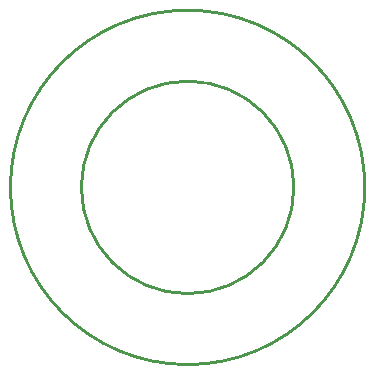
<source format=gbr>
G04 #@! TF.GenerationSoftware,KiCad,Pcbnew,(5.1.6)-1*
G04 #@! TF.CreationDate,2020-09-08T11:46:22-07:00*
G04 #@! TF.ProjectId,LED_Ring,4c45445f-5269-46e6-972e-6b696361645f,rev?*
G04 #@! TF.SameCoordinates,Original*
G04 #@! TF.FileFunction,Profile,NP*
%FSLAX46Y46*%
G04 Gerber Fmt 4.6, Leading zero omitted, Abs format (unit mm)*
G04 Created by KiCad (PCBNEW (5.1.6)-1) date 2020-09-08 11:46:22*
%MOMM*%
%LPD*%
G01*
G04 APERTURE LIST*
G04 #@! TA.AperFunction,Profile*
%ADD10C,0.254000*%
G04 #@! TD*
G04 APERTURE END LIST*
D10*
X125000000Y-80000000D02*
G75*
G03*
X125000000Y-80000000I-15000000J0D01*
G01*
X119000000Y-80000000D02*
G75*
G03*
X119000000Y-80000000I-9000000J0D01*
G01*
M02*

</source>
